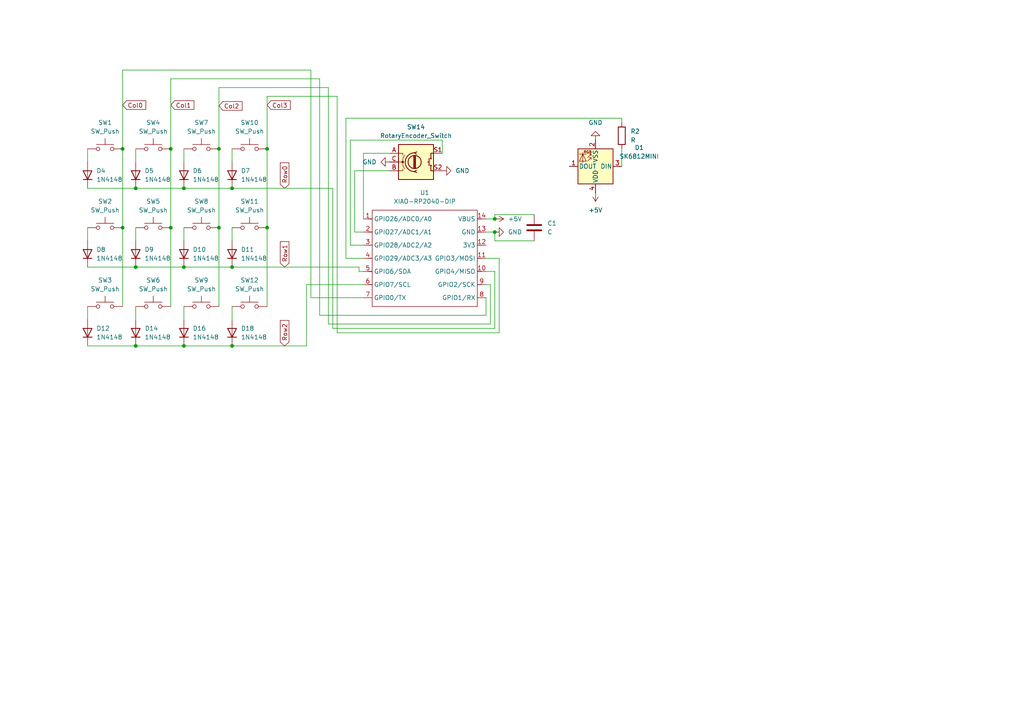
<source format=kicad_sch>
(kicad_sch (version 20250114) (generator "eeschema") (generator_version "9.0")
  (paper "A4")
  (lib_symbols
    (symbol "Device:C" (pin_numbers (hide yes)) (pin_names (offset 0.254))
      (property "Reference" "C" (at 0.635 2.54 0))
      (property "Value" "C" (at 0.635 -2.54 0))
      (symbol "C_0_1"
        (polyline (pts (xy -2.032 0.762) (xy 2.032 0.762)) (stroke (width 0.508)))
        (polyline (pts (xy -2.032 -0.762) (xy 2.032 -0.762)) (stroke (width 0.508)))
      )
      (symbol "C_1_1"
        (pin passive line (at 0 3.81 270) (length 2.794) (name "~") (number "1"))
        (pin passive line (at 0 -3.81 90) (length 2.794) (name "~") (number "2"))
      )
    )
    (symbol "Device:R" (pin_numbers (hide yes)) (pin_names (offset 0))
      (property "Reference" "R" (at 2.032 0 90))
      (property "Value" "R" (at 0 0 90))
      (symbol "R_0_1"
        (rectangle (start -1.016 -2.54) (end 1.016 2.54) (stroke (width 0.254)))
      )
      (symbol "R_1_1"
        (pin passive line (at 0 3.81 270) (length 1.27) (name "~") (number "1"))
        (pin passive line (at 0 -3.81 90) (length 1.27) (name "~") (number "2"))
      )
    )
    (symbol "Device:RotaryEncoder_Switch" (pin_names (offset 0.254) (hide yes))
      (property "Reference" "SW" (at 0 6.604 0))
      (property "Value" "RotaryEncoder_Switch" (at 0 -6.604 0))
      (symbol "RotaryEncoder_Switch_0_1"
        (rectangle (start -5.08 5.08) (end 5.08 -5.08) (stroke (width 0.254)) (fill (type background)))
        (polyline (pts (xy -5.08 2.54) (xy -3.81 2.54) (xy -3.81 2.032)))
        (polyline (pts (xy -5.08 0) (xy -3.81 0) (xy -3.81 -1.016) (xy -3.302 -2.032)))
        (polyline (pts (xy -5.08 -2.54) (xy -3.81 -2.54) (xy -3.81 -2.032)))
        (polyline (pts (xy -4.318 0) (xy -3.81 0) (xy -3.81 1.016) (xy -3.302 2.032)))
        (circle (center -3.81 0) (radius 0.254) (fill (type outline)))
        (polyline (pts (xy -0.635 -1.778) (xy -0.635 1.778)) (stroke (width 0.254)))
        (circle (center -0.381 0) (radius 1.905) (stroke (width 0.254)))
        (polyline (pts (xy -0.381 -1.778) (xy -0.381 1.778)) (stroke (width 0.254)))
        (arc (start -0.381 -2.794) (mid -3.0988 -0.0635) (end -0.381 2.667) (stroke (width 0.254)))
        (polyline (pts (xy -0.127 1.778) (xy -0.127 -1.778)) (stroke (width 0.254)))
        (polyline (pts (xy 0.254 2.921) (xy -0.508 2.667) (xy 0.127 2.286)) (stroke (width 0.254)))
        (polyline (pts (xy 0.254 -3.048) (xy -0.508 -2.794) (xy 0.127 -2.413)) (stroke (width 0.254)))
        (polyline (pts (xy 3.81 1.016) (xy 3.81 -1.016)) (stroke (width 0.254)))
        (polyline (pts (xy 3.81 0) (xy 3.429 0)) (stroke (width 0.254)))
        (circle (center 4.318 1.016) (radius 0.127) (stroke (width 0.254)))
        (circle (center 4.318 -1.016) (radius 0.127) (stroke (width 0.254)))
        (polyline (pts (xy 5.08 2.54) (xy 4.318 2.54) (xy 4.318 1.016)) (stroke (width 0.254)))
        (polyline (pts (xy 5.08 -2.54) (xy 4.318 -2.54) (xy 4.318 -1.016)) (stroke (width 0.254)))
      )
      (symbol "RotaryEncoder_Switch_1_1"
        (pin passive line (at -7.62 2.54 0) (length 2.54) (name "A") (number "A"))
        (pin passive line (at -7.62 0 0) (length 2.54) (name "C") (number "C"))
        (pin passive line (at -7.62 -2.54 0) (length 2.54) (name "B") (number "B"))
        (pin passive line (at 7.62 2.54 180) (length 2.54) (name "S1") (number "S1"))
        (pin passive line (at 7.62 -2.54 180) (length 2.54) (name "S2") (number "S2"))
      )
    )
    (symbol "Diode:1N4148" (pin_numbers (hide yes)) (pin_names (hide yes))
      (property "Reference" "D" (at 0 2.54 0))
      (property "Value" "1N4148" (at 0 -2.54 0))
      (symbol "1N4148_0_1"
        (polyline (pts (xy -1.27 1.27) (xy -1.27 -1.27)) (stroke (width 0.254)))
        (polyline (pts (xy 1.27 1.27) (xy 1.27 -1.27) (xy -1.27 0) (xy 1.27 1.27)) (stroke (width 0.254)))
        (polyline (pts (xy 1.27 0) (xy -1.27 0)))
      )
      (symbol "1N4148_1_1"
        (pin passive line (at -3.81 0 0) (length 2.54) (name "K") (number "1"))
        (pin passive line (at 3.81 0 180) (length 2.54) (name "A") (number "2"))
      )
    )
    (symbol "LED:SK6812MINI" (pin_names (offset 0.254))
      (property "Reference" "D" (at 5.08 5.715 0))
      (property "Value" "SK6812MINI" (at 1.27 -5.715 0))
      (symbol "SK6812MINI_0_0"
        (text "RGB" (at 2.286 -4.191 0) (effects (font (size 0.762 0.762))))
      )
      (symbol "SK6812MINI_0_1"
        (polyline (pts (xy 1.27 -2.54) (xy 1.778 -2.54)))
        (polyline (pts (xy 1.27 -3.556) (xy 1.778 -3.556)))
        (polyline (pts (xy 2.286 -1.524) (xy 1.27 -2.54) (xy 1.27 -2.032)))
        (polyline (pts (xy 2.286 -2.54) (xy 1.27 -3.556) (xy 1.27 -3.048)))
        (polyline (pts (xy 3.683 -1.016) (xy 3.683 -3.556) (xy 3.683 -4.064)))
        (polyline (pts (xy 4.699 -1.524) (xy 2.667 -1.524) (xy 3.683 -3.556) (xy 4.699 -1.524)))
        (polyline (pts (xy 4.699 -3.556) (xy 2.667 -3.556)))
        (rectangle (start 5.08 5.08) (end -5.08 -5.08) (stroke (width 0.254)) (fill (type background)))
      )
      (symbol "SK6812MINI_1_1"
        (pin input line (at -7.62 0 0) (length 2.54) (name "DIN") (number "3"))
        (pin power_in line (at 0 7.62 270) (length 2.54) (name "VDD") (number "4"))
        (pin power_in line (at 0 -7.62 90) (length 2.54) (name "VSS") (number "2"))
        (pin output line (at 7.62 0 180) (length 2.54) (name "DOUT") (number "1"))
      )
    )
    (symbol "OPL:XIAO-RP2040-DIP"
      (property "Reference" "U" (at 0 0 0))
      (property "Value" "XIAO-RP2040-DIP" (at 5.334 -1.778 0))
      (symbol "XIAO-RP2040-DIP_1_0"
        (polyline (pts (xy -1.27 -2.54) (xy 29.21 -2.54)) (stroke (width 0.1524)))
        (polyline (pts (xy -1.27 -5.08) (xy -2.54 -5.08)) (stroke (width 0.1524)))
        (polyline (pts (xy -1.27 -5.08) (xy -1.27 -2.54)) (stroke (width 0.1524)))
        (polyline (pts (xy -1.27 -8.89) (xy -2.54 -8.89)) (stroke (width 0.1524)))
        (polyline (pts (xy -1.27 -8.89) (xy -1.27 -5.08)) (stroke (width 0.1524)))
        (polyline (pts (xy -1.27 -12.7) (xy -2.54 -12.7)) (stroke (width 0.1524)))
        (polyline (pts (xy -1.27 -12.7) (xy -1.27 -8.89)) (stroke (width 0.1524)))
        (polyline (pts (xy -1.27 -16.51) (xy -2.54 -16.51)) (stroke (width 0.1524)))
        (polyline (pts (xy -1.27 -16.51) (xy -1.27 -12.7)) (stroke (width 0.1524)))
        (polyline (pts (xy -1.27 -20.32) (xy -2.54 -20.32)) (stroke (width 0.1524)))
        (polyline (pts (xy -1.27 -24.13) (xy -2.54 -24.13)) (stroke (width 0.1524)))
        (polyline (pts (xy -1.27 -27.94) (xy -2.54 -27.94)) (stroke (width 0.1524)))
        (polyline (pts (xy -1.27 -30.48) (xy -1.27 -16.51)) (stroke (width 0.1524)))
        (polyline (pts (xy 29.21 -2.54) (xy 29.21 -5.08)) (stroke (width 0.1524)))
        (polyline (pts (xy 29.21 -5.08) (xy 29.21 -8.89)) (stroke (width 0.1524)))
        (polyline (pts (xy 29.21 -8.89) (xy 29.21 -12.7)) (stroke (width 0.1524)))
        (polyline (pts (xy 29.21 -12.7) (xy 29.21 -30.48)) (stroke (width 0.1524)))
        (polyline (pts (xy 29.21 -30.48) (xy -1.27 -30.48)) (stroke (width 0.1524)))
        (polyline (pts (xy 30.48 -5.08) (xy 29.21 -5.08)) (stroke (width 0.1524)))
        (polyline (pts (xy 30.48 -8.89) (xy 29.21 -8.89)) (stroke (width 0.1524)))
        (polyline (pts (xy 30.48 -12.7) (xy 29.21 -12.7)) (stroke (width 0.1524)))
        (polyline (pts (xy 30.48 -16.51) (xy 29.21 -16.51)) (stroke (width 0.1524)))
        (polyline (pts (xy 30.48 -20.32) (xy 29.21 -20.32)) (stroke (width 0.1524)))
        (polyline (pts (xy 30.48 -24.13) (xy 29.21 -24.13)) (stroke (width 0.1524)))
        (polyline (pts (xy 30.48 -27.94) (xy 29.21 -27.94)) (stroke (width 0.1524)))
        (pin passive line (at -3.81 -5.08 0) (length 2.54) (name "GPIO26/ADC0/A0") (number "1"))
        (pin passive line (at -3.81 -8.89 0) (length 2.54) (name "GPIO27/ADC1/A1") (number "2"))
        (pin passive line (at -3.81 -12.7 0) (length 2.54) (name "GPIO28/ADC2/A2") (number "3"))
        (pin passive line (at -3.81 -16.51 0) (length 2.54) (name "GPIO29/ADC3/A3") (number "4"))
        (pin passive line (at -3.81 -20.32 0) (length 2.54) (name "GPIO6/SDA") (number "5"))
        (pin passive line (at -3.81 -24.13 0) (length 2.54) (name "GPIO7/SCL") (number "6"))
        (pin passive line (at -3.81 -27.94 0) (length 2.54) (name "GPIO0/TX") (number "7"))
        (pin passive line (at 31.75 -5.08 180) (length 2.54) (name "VBUS") (number "14"))
        (pin passive line (at 31.75 -8.89 180) (length 2.54) (name "GND") (number "13"))
        (pin passive line (at 31.75 -12.7 180) (length 2.54) (name "3V3") (number "12"))
        (pin passive line (at 31.75 -16.51 180) (length 2.54) (name "GPIO3/MOSI") (number "11"))
        (pin passive line (at 31.75 -20.32 180) (length 2.54) (name "GPIO4/MISO") (number "10"))
        (pin passive line (at 31.75 -24.13 180) (length 2.54) (name "GPIO2/SCK") (number "9"))
        (pin passive line (at 31.75 -27.94 180) (length 2.54) (name "GPIO1/RX") (number "8"))
      )
    )
    (symbol "Switch:SW_Push" (pin_numbers (hide yes)) (pin_names (offset 1.016) (hide yes))
      (property "Reference" "SW" (at 1.27 2.54 0))
      (property "Value" "SW_Push" (at 0 -1.524 0))
      (symbol "SW_Push_0_1"
        (circle (center -2.032 0) (radius 0.508))
        (polyline (pts (xy 0 1.27) (xy 0 3.048)))
        (circle (center 2.032 0) (radius 0.508))
        (polyline (pts (xy 2.54 1.27) (xy -2.54 1.27)))
        (pin passive line (at -5.08 0 0) (length 2.54) (name "1") (number "1"))
        (pin passive line (at 5.08 0 180) (length 2.54) (name "2") (number "2"))
      )
    )
    (symbol "power:+5V" (power) (pin_numbers (hide yes)) (pin_names (offset 0) (hide yes))
      (property "Value" "+5V" (at 0 3.556 0))
      (symbol "+5V_0_1"
        (polyline (pts (xy -0.762 1.27) (xy 0 2.54)))
        (polyline (pts (xy 0 2.54) (xy 0.762 1.27)))
        (polyline (pts (xy 0 0) (xy 0 2.54)))
      )
      (symbol "+5V_1_1"
        (pin power_in line (at 0 0 90) (length 0) (name "~") (number "1"))
      )
    )
    (symbol "power:GND" (power) (pin_numbers (hide yes)) (pin_names (offset 0) (hide yes))
      (property "Value" "GND" (at 0 -3.81 0))
      (symbol "GND_0_1"
        (polyline (pts (xy 0 0) (xy 0 -1.27) (xy 1.27 -1.27) (xy 0 -2.54) (xy -1.27 -1.27) (xy 0 -1.27)))
      )
      (symbol "GND_1_1"
        (pin power_in line (at 0 0 270) (length 0) (name "~") (number "1"))
      )
    )
  )
  (junction (at 77.47 66.04))
  (junction (at 77.47 43.18))
  (junction (at 63.5 43.18))
  (junction (at 39.37 100.33))
  (junction (at 49.53 43.18))
  (junction (at 39.37 54.61))
  (junction (at 39.37 77.47))
  (junction (at 143.51 63.5))
  (junction (at 143.51 67.31))
  (junction (at 35.56 43.18))
  (junction (at 53.34 77.47))
  (junction (at 35.56 66.04))
  (junction (at 67.31 77.47))
  (junction (at 53.34 100.33))
  (junction (at 67.31 54.61))
  (junction (at 53.34 54.61))
  (junction (at 67.31 100.33))
  (junction (at 49.53 66.04))
  (junction (at 63.5 66.04))
  (wire (pts (xy 180.34 43.18) (xy 180.34 48.26)))
  (wire (pts (xy 49.53 22.86) (xy 92.71 22.86)))
  (wire (pts (xy 105.41 74.93) (xy 100.33 74.93)))
  (wire (pts (xy 77.47 43.18) (xy 77.47 66.04)))
  (wire (pts (xy 143.51 62.23) (xy 143.51 63.5)))
  (wire (pts (xy 143.51 78.74) (xy 140.97 78.74)))
  (wire (pts (xy 102.87 67.31) (xy 105.41 67.31)))
  (wire (pts (xy 101.6 71.12) (xy 105.41 71.12)))
  (wire (pts (xy 39.37 66.04) (xy 39.37 69.85)))
  (wire (pts (xy 67.31 43.18) (xy 67.31 46.99)))
  (wire (pts (xy 35.56 20.32) (xy 90.17 20.32)))
  (wire (pts (xy 67.31 100.33) (xy 88.9 100.33)))
  (wire (pts (xy 67.31 88.9) (xy 67.31 92.71)))
  (wire (pts (xy 128.27 40.64) (xy 101.6 40.64)))
  (wire (pts (xy 104.14 78.74) (xy 105.41 78.74)))
  (wire (pts (xy 101.6 40.64) (xy 101.6 71.12)))
  (wire (pts (xy 25.4 77.47) (xy 39.37 77.47)))
  (wire (pts (xy 25.4 88.9) (xy 25.4 92.71)))
  (wire (pts (xy 39.37 100.33) (xy 53.34 100.33)))
  (wire (pts (xy 96.52 54.61) (xy 96.52 95.25)))
  (wire (pts (xy 77.47 27.94) (xy 97.79 27.94)))
  (wire (pts (xy 143.51 62.23) (xy 154.94 62.23)))
  (wire (pts (xy 104.14 77.47) (xy 67.31 77.47)))
  (wire (pts (xy 53.34 54.61) (xy 67.31 54.61)))
  (wire (pts (xy 143.51 95.25) (xy 143.51 78.74)))
  (wire (pts (xy 105.41 44.45) (xy 105.41 63.5)))
  (wire (pts (xy 88.9 82.55) (xy 105.41 82.55)))
  (wire (pts (xy 39.37 88.9) (xy 39.37 92.71)))
  (wire (pts (xy 128.27 44.45) (xy 128.27 40.64)))
  (wire (pts (xy 77.47 66.04) (xy 77.47 88.9)))
  (wire (pts (xy 100.33 34.29) (xy 180.34 34.29)))
  (wire (pts (xy 77.47 27.94) (xy 77.47 43.18)))
  (wire (pts (xy 53.34 77.47) (xy 67.31 77.47)))
  (wire (pts (xy 142.24 82.55) (xy 140.97 82.55)))
  (wire (pts (xy 143.51 63.5) (xy 140.97 63.5)))
  (wire (pts (xy 97.79 27.94) (xy 97.79 96.52)))
  (wire (pts (xy 53.34 66.04) (xy 53.34 69.85)))
  (wire (pts (xy 102.87 49.53) (xy 102.87 67.31)))
  (wire (pts (xy 90.17 20.32) (xy 90.17 86.36)))
  (wire (pts (xy 25.4 66.04) (xy 25.4 69.85)))
  (wire (pts (xy 144.78 96.52) (xy 144.78 74.93)))
  (wire (pts (xy 144.78 74.93) (xy 140.97 74.93)))
  (wire (pts (xy 63.5 66.04) (xy 63.5 88.9)))
  (wire (pts (xy 104.14 78.74) (xy 104.14 77.47)))
  (wire (pts (xy 92.71 22.86) (xy 92.71 91.44)))
  (wire (pts (xy 49.53 66.04) (xy 49.53 88.9)))
  (wire (pts (xy 49.53 22.86) (xy 49.53 43.18)))
  (wire (pts (xy 97.79 96.52) (xy 144.78 96.52)))
  (wire (pts (xy 25.4 43.18) (xy 25.4 46.99)))
  (wire (pts (xy 63.5 25.4) (xy 63.5 43.18)))
  (wire (pts (xy 63.5 25.4) (xy 95.25 25.4)))
  (wire (pts (xy 53.34 100.33) (xy 67.31 100.33)))
  (wire (pts (xy 53.34 88.9) (xy 53.34 92.71)))
  (wire (pts (xy 49.53 43.18) (xy 49.53 66.04)))
  (wire (pts (xy 96.52 95.25) (xy 143.51 95.25)))
  (wire (pts (xy 39.37 43.18) (xy 39.37 46.99)))
  (wire (pts (xy 142.24 93.98) (xy 142.24 82.55)))
  (wire (pts (xy 113.03 44.45) (xy 105.41 44.45)))
  (wire (pts (xy 35.56 43.18) (xy 35.56 66.04)))
  (wire (pts (xy 143.51 69.85) (xy 143.51 67.31)))
  (wire (pts (xy 39.37 77.47) (xy 53.34 77.47)))
  (wire (pts (xy 67.31 54.61) (xy 96.52 54.61)))
  (wire (pts (xy 25.4 100.33) (xy 39.37 100.33)))
  (wire (pts (xy 90.17 86.36) (xy 105.41 86.36)))
  (wire (pts (xy 63.5 43.18) (xy 63.5 66.04)))
  (wire (pts (xy 35.56 20.32) (xy 35.56 43.18)))
  (wire (pts (xy 67.31 66.04) (xy 67.31 69.85)))
  (wire (pts (xy 25.4 54.61) (xy 39.37 54.61)))
  (wire (pts (xy 100.33 74.93) (xy 100.33 34.29)))
  (wire (pts (xy 95.25 25.4) (xy 95.25 93.98)))
  (wire (pts (xy 180.34 34.29) (xy 180.34 35.56)))
  (wire (pts (xy 39.37 54.61) (xy 53.34 54.61)))
  (wire (pts (xy 154.94 69.85) (xy 143.51 69.85)))
  (wire (pts (xy 35.56 66.04) (xy 35.56 88.9)))
  (wire (pts (xy 102.87 49.53) (xy 113.03 49.53)))
  (wire (pts (xy 140.97 91.44) (xy 140.97 86.36)))
  (wire (pts (xy 88.9 100.33) (xy 88.9 82.55)))
  (wire (pts (xy 143.51 67.31) (xy 140.97 67.31)))
  (wire (pts (xy 92.71 91.44) (xy 140.97 91.44)))
  (wire (pts (xy 95.25 93.98) (xy 142.24 93.98)))
  (wire (pts (xy 53.34 43.18) (xy 53.34 46.99)))
  (global_label "Col3" (shape input) (at 77.47 30.48 0) (property "Intersheetrefs" "${INTERSHEET_REFS}" (effects (hide yes))))
  (global_label "Row2" (shape input) (at 82.55 100.33 90) (property "Intersheetrefs" "${INTERSHEET_REFS}" (effects (hide yes))))
  (global_label "Col0" (shape input) (at 35.56 30.48 0) (property "Intersheetrefs" "${INTERSHEET_REFS}" (effects (hide yes))))
  (global_label "Row0" (shape input) (at 82.55 54.61 90) (property "Intersheetrefs" "${INTERSHEET_REFS}" (effects (hide yes))))
  (global_label "Row1" (shape input) (at 82.55 77.47 90) (property "Intersheetrefs" "${INTERSHEET_REFS}" (effects (hide yes))))
  (global_label "Col2" (shape input) (at 63.5 30.7161 0) (property "Intersheetrefs" "${INTERSHEET_REFS}" (effects (hide yes))))
  (global_label "Col1" (shape input) (at 49.53 30.48 0) (property "Intersheetrefs" "${INTERSHEET_REFS}" (effects (hide yes))))
  (symbol (lib_id "Switch:SW_Push") (at 58.42 66.04 0) (mirror y) (unit 1)
    (property "Reference" "SW8" (at 58.42 58.42 0))
    (property "Value" "SW_Push" (at 58.42 60.96 0))
    (property "Footprint" "Button_Switch_Keyboard:SW_Cherry_MX_1.00u_PCB" (effects (hide yes)))
    (property "Description" "Push button switch, generic, two pins" (effects (hide yes)))
  )
  (symbol (lib_id "power:GND") (at 113.03 46.99 270) (unit 1)
    (property "Reference" "#PWR06" (effects (hide yes)))
    (property "Value" "GND" (at 109.22 46.9899 90) (effects (justify right)))
    (property "Description" "Power symbol creates a global label with name \"GND\" , ground" (effects (hide yes)))
  )
  (symbol (lib_id "Device:C") (at 154.94 66.04 0) (unit 1)
    (property "Reference" "C1" (at 158.75 64.7699 0) (effects (justify left)))
    (property "Value" "C" (at 158.75 67.3099 0) (effects (justify left)))
    (property "Footprint" "Capacitor_SMD:C_0805_2012Metric_Pad1.18x1.45mm_HandSolder" (effects (hide yes)))
    (property "Description" "Unpolarized capacitor" (effects (hide yes)))
  )
  (symbol (lib_id "Diode:1N4148") (at 39.37 73.66 90) (unit 1)
    (property "Reference" "D9" (at 41.91 72.3899 90) (effects (justify right)))
    (property "Value" "1N4148" (at 41.91 74.9299 90) (effects (justify right)))
    (property "Footprint" "Diode_THT:D_DO-35_SOD27_P7.62mm_Horizontal" (effects (hide yes)))
    (property "Datasheet" "https://assets.nexperia.com/documents/data-sheet/1N4148_1N4448.pdf" (effects (hide yes)))
    (property "Description" "100V 0.15A standard switching diode, DO-35" (effects (hide yes)))
    (property "Sim.Device" "D" (effects (hide yes)))
    (property "Sim.Pins" "1=K 2=A" (effects (hide yes)))
  )
  (symbol (lib_id "Device:R") (at 180.34 39.37 0) (unit 1)
    (property "Reference" "R2" (at 182.88 38.0999 0) (effects (justify left)))
    (property "Value" "R" (at 182.88 40.6399 0) (effects (justify left)))
    (property "Footprint" "Resistor_SMD:R_0805_2012Metric_Pad1.20x1.40mm_HandSolder" (effects (hide yes)))
    (property "Description" "Resistor" (effects (hide yes)))
  )
  (symbol (lib_id "Diode:1N4148") (at 39.37 96.52 90) (unit 1)
    (property "Reference" "D14" (at 43.942 95.25 90))
    (property "Value" "1N4148" (at 45.72 97.79 90))
    (property "Footprint" "Diode_THT:D_DO-35_SOD27_P7.62mm_Horizontal" (effects (hide yes)))
    (property "Datasheet" "https://assets.nexperia.com/documents/data-sheet/1N4148_1N4448.pdf" (effects (hide yes)))
    (property "Description" "100V 0.15A standard switching diode, DO-35" (effects (hide yes)))
    (property "Sim.Device" "D" (effects (hide yes)))
    (property "Sim.Pins" "1=K 2=A" (effects (hide yes)))
  )
  (symbol (lib_id "Diode:1N4148") (at 39.37 50.8 90) (unit 1)
    (property "Reference" "D5" (at 41.91 49.5299 90) (effects (justify right)))
    (property "Value" "1N4148" (at 41.91 52.0699 90) (effects (justify right)))
    (property "Footprint" "Diode_THT:D_DO-35_SOD27_P7.62mm_Horizontal" (effects (hide yes)))
    (property "Datasheet" "https://assets.nexperia.com/documents/data-sheet/1N4148_1N4448.pdf" (effects (hide yes)))
    (property "Description" "100V 0.15A standard switching diode, DO-35" (effects (hide yes)))
    (property "Sim.Device" "D" (effects (hide yes)))
    (property "Sim.Pins" "1=K 2=A" (effects (hide yes)))
  )
  (symbol (lib_id "Diode:1N4148") (at 67.31 50.8 90) (unit 1)
    (property "Reference" "D7" (at 69.85 49.5299 90) (effects (justify right)))
    (property "Value" "1N4148" (at 69.85 52.0699 90) (effects (justify right)))
    (property "Footprint" "Diode_THT:D_DO-35_SOD27_P7.62mm_Horizontal" (effects (hide yes)))
    (property "Datasheet" "https://assets.nexperia.com/documents/data-sheet/1N4148_1N4448.pdf" (effects (hide yes)))
    (property "Description" "100V 0.15A standard switching diode, DO-35" (effects (hide yes)))
    (property "Sim.Device" "D" (effects (hide yes)))
    (property "Sim.Pins" "1=K 2=A" (effects (hide yes)))
  )
  (symbol (lib_id "Diode:1N4148") (at 25.4 50.8 90) (unit 1)
    (property "Reference" "D4" (at 27.94 49.5299 90) (effects (justify right)))
    (property "Value" "1N4148" (at 27.94 52.0699 90) (effects (justify right)))
    (property "Footprint" "Diode_THT:D_DO-35_SOD27_P7.62mm_Horizontal" (effects (hide yes)))
    (property "Datasheet" "https://assets.nexperia.com/documents/data-sheet/1N4148_1N4448.pdf" (effects (hide yes)))
    (property "Description" "100V 0.15A standard switching diode, DO-35" (effects (hide yes)))
    (property "Sim.Device" "D" (effects (hide yes)))
    (property "Sim.Pins" "1=K 2=A" (effects (hide yes)))
  )
  (symbol (lib_id "Switch:SW_Push") (at 44.45 43.18 0) (mirror y) (unit 1)
    (property "Reference" "SW4" (at 44.45 35.56 0))
    (property "Value" "SW_Push" (at 44.45 38.1 0))
    (property "Footprint" "Button_Switch_Keyboard:SW_Cherry_MX_1.00u_PCB" (effects (hide yes)))
    (property "Description" "Push button switch, generic, two pins" (effects (hide yes)))
  )
  (symbol (lib_id "Diode:1N4148") (at 53.34 96.52 90) (unit 1)
    (property "Reference" "D16" (at 55.88 95.2499 90) (effects (justify right)))
    (property "Value" "1N4148" (at 55.88 97.7899 90) (effects (justify right)))
    (property "Footprint" "Diode_THT:D_DO-35_SOD27_P7.62mm_Horizontal" (effects (hide yes)))
    (property "Datasheet" "https://assets.nexperia.com/documents/data-sheet/1N4148_1N4448.pdf" (effects (hide yes)))
    (property "Description" "100V 0.15A standard switching diode, DO-35" (effects (hide yes)))
    (property "Sim.Device" "D" (effects (hide yes)))
    (property "Sim.Pins" "1=K 2=A" (effects (hide yes)))
  )
  (symbol (lib_id "Switch:SW_Push") (at 30.48 66.04 0) (unit 1)
    (property "Reference" "SW2" (at 30.48 58.42 0))
    (property "Value" "SW_Push" (at 30.48 60.96 0))
    (property "Footprint" "Button_Switch_Keyboard:SW_Cherry_MX_1.00u_PCB" (effects (hide yes)))
    (property "Description" "Push button switch, generic, two pins" (effects (hide yes)))
  )
  (symbol (lib_id "power:GND") (at 128.27 49.53 90) (unit 1)
    (property "Reference" "#PWR01" (effects (hide yes)))
    (property "Value" "GND" (at 132.08 49.5299 90) (effects (justify right)))
    (property "Description" "Power symbol creates a global label with name \"GND\" , ground" (effects (hide yes)))
  )
  (symbol (lib_id "Switch:SW_Push") (at 72.39 43.18 0) (unit 1)
    (property "Reference" "SW10" (at 72.39 35.56 0))
    (property "Value" "SW_Push" (at 72.39 38.1 0))
    (property "Footprint" "Button_Switch_Keyboard:SW_Cherry_MX_1.00u_PCB" (effects (hide yes)))
    (property "Description" "Push button switch, generic, two pins" (effects (hide yes)))
  )
  (symbol (lib_id "power:GND") (at 143.51 67.31 90) (unit 1)
    (property "Reference" "#PWR03" (effects (hide yes)))
    (property "Value" "GND" (at 147.32 67.3099 90) (effects (justify right)))
    (property "Description" "Power symbol creates a global label with name \"GND\" , ground" (effects (hide yes)))
  )
  (symbol (lib_id "Switch:SW_Push") (at 30.48 88.9 0) (unit 1)
    (property "Reference" "SW3" (at 30.48 81.28 0))
    (property "Value" "SW_Push" (at 30.48 83.82 0))
    (property "Footprint" "Button_Switch_Keyboard:SW_Cherry_MX_1.00u_PCB" (effects (hide yes)))
    (property "Description" "Push button switch, generic, two pins" (effects (hide yes)))
  )
  (symbol (lib_id "Device:RotaryEncoder_Switch") (at 120.65 46.99 0) (unit 1)
    (property "Reference" "SW14" (at 120.65 36.83 0))
    (property "Value" "RotaryEncoder_Switch" (at 120.65 39.37 0))
    (property "Footprint" "Rotary_Encoder:RotaryEncoder_Alps_EC11E-Switch_Vertical_H20mm" (effects (hide yes)))
    (property "Description" "Rotary encoder, dual channel, incremental quadrate outputs, with switch" (effects (hide yes)))
  )
  (symbol (lib_id "Switch:SW_Push") (at 58.42 43.18 0) (mirror y) (unit 1)
    (property "Reference" "SW7" (at 58.42 35.56 0))
    (property "Value" "SW_Push" (at 58.42 38.1 0))
    (property "Footprint" "Button_Switch_Keyboard:SW_Cherry_MX_1.00u_PCB" (effects (hide yes)))
    (property "Description" "Push button switch, generic, two pins" (effects (hide yes)))
  )
  (symbol (lib_id "Diode:1N4148") (at 53.34 73.66 90) (unit 1)
    (property "Reference" "D10" (at 55.88 72.3899 90) (effects (justify right)))
    (property "Value" "1N4148" (at 55.88 74.9299 90) (effects (justify right)))
    (property "Footprint" "Diode_THT:D_DO-35_SOD27_P7.62mm_Horizontal" (effects (hide yes)))
    (property "Datasheet" "https://assets.nexperia.com/documents/data-sheet/1N4148_1N4448.pdf" (effects (hide yes)))
    (property "Description" "100V 0.15A standard switching diode, DO-35" (effects (hide yes)))
    (property "Sim.Device" "D" (effects (hide yes)))
    (property "Sim.Pins" "1=K 2=A" (effects (hide yes)))
  )
  (symbol (lib_id "Switch:SW_Push") (at 72.39 88.9 0) (unit 1)
    (property "Reference" "SW12" (at 72.39 81.28 0))
    (property "Value" "SW_Push" (at 72.39 83.82 0))
    (property "Footprint" "Button_Switch_Keyboard:SW_Cherry_MX_1.00u_PCB" (effects (hide yes)))
    (property "Description" "Push button switch, generic, two pins" (effects (hide yes)))
  )
  (symbol (lib_id "OPL:XIAO-RP2040-DIP") (at 109.22 58.42 0) (unit 1)
    (property "Reference" "U1" (at 123.19 55.88 0))
    (property "Value" "XIAO-RP2040-DIP" (at 123.19 58.42 0))
    (property "Footprint" "OPL:XIAO-RP2040-DIP" (effects (hide yes)))
  )
  (symbol (lib_id "Switch:SW_Push") (at 44.45 66.04 0) (mirror y) (unit 1)
    (property "Reference" "SW5" (at 44.45 58.42 0))
    (property "Value" "SW_Push" (at 44.45 60.96 0))
    (property "Footprint" "Button_Switch_Keyboard:SW_Cherry_MX_1.00u_PCB" (effects (hide yes)))
    (property "Description" "Push button switch, generic, two pins" (effects (hide yes)))
  )
  (symbol (lib_id "Diode:1N4148") (at 67.31 73.66 90) (unit 1)
    (property "Reference" "D11" (at 69.85 72.3899 90) (effects (justify right)))
    (property "Value" "1N4148" (at 69.85 74.9299 90) (effects (justify right)))
    (property "Footprint" "Diode_THT:D_DO-35_SOD27_P7.62mm_Horizontal" (effects (hide yes)))
    (property "Datasheet" "https://assets.nexperia.com/documents/data-sheet/1N4148_1N4448.pdf" (effects (hide yes)))
    (property "Description" "100V 0.15A standard switching diode, DO-35" (effects (hide yes)))
    (property "Sim.Device" "D" (effects (hide yes)))
    (property "Sim.Pins" "1=K 2=A" (effects (hide yes)))
  )
  (symbol (lib_id "Switch:SW_Push") (at 72.39 66.04 0) (unit 1)
    (property "Reference" "SW11" (at 72.39 58.42 0))
    (property "Value" "SW_Push" (at 72.39 60.96 0))
    (property "Footprint" "Button_Switch_Keyboard:SW_Cherry_MX_1.00u_PCB" (effects (hide yes)))
    (property "Description" "Push button switch, generic, two pins" (effects (hide yes)))
  )
  (symbol (lib_id "Switch:SW_Push") (at 44.45 88.9 0) (mirror y) (unit 1)
    (property "Reference" "SW6" (at 44.45 81.28 0))
    (property "Value" "SW_Push" (at 44.45 83.82 0))
    (property "Footprint" "Button_Switch_Keyboard:SW_Cherry_MX_1.00u_PCB" (effects (hide yes)))
    (property "Description" "Push button switch, generic, two pins" (effects (hide yes)))
  )
  (symbol (lib_id "power:+5V") (at 172.72 55.88 180) (unit 1)
    (property "Reference" "#PWR05" (effects (hide yes)))
    (property "Value" "+5V" (at 172.72 60.96 0))
    (property "Description" "Power symbol creates a global label with name \"+5V\"" (effects (hide yes)))
  )
  (symbol (lib_id "power:GND") (at 172.72 40.64 180) (unit 1)
    (property "Reference" "#PWR02" (effects (hide yes)))
    (property "Value" "GND" (at 172.72 35.56 0))
    (property "Description" "Power symbol creates a global label with name \"GND\" , ground" (effects (hide yes)))
  )
  (symbol (lib_id "Diode:1N4148") (at 25.4 96.52 90) (unit 1)
    (property "Reference" "D12" (at 27.94 95.2499 90) (effects (justify right)))
    (property "Value" "1N4148" (at 27.94 97.7899 90) (effects (justify right)))
    (property "Footprint" "Diode_THT:D_DO-35_SOD27_P7.62mm_Horizontal" (effects (hide yes)))
    (property "Datasheet" "https://assets.nexperia.com/documents/data-sheet/1N4148_1N4448.pdf" (effects (hide yes)))
    (property "Description" "100V 0.15A standard switching diode, DO-35" (effects (hide yes)))
    (property "Sim.Device" "D" (effects (hide yes)))
    (property "Sim.Pins" "1=K 2=A" (effects (hide yes)))
  )
  (symbol (lib_id "Switch:SW_Push") (at 30.48 43.18 0) (unit 1)
    (property "Reference" "SW1" (at 30.48 35.56 0))
    (property "Value" "SW_Push" (at 30.48 38.1 0))
    (property "Footprint" "Button_Switch_Keyboard:SW_Cherry_MX_1.00u_PCB" (effects (hide yes)))
    (property "Description" "Push button switch, generic, two pins" (effects (hide yes)))
  )
  (symbol (lib_id "Diode:1N4148") (at 67.31 96.52 90) (unit 1)
    (property "Reference" "D18" (at 69.85 95.2499 90) (effects (justify right)))
    (property "Value" "1N4148" (at 69.85 97.7899 90) (effects (justify right)))
    (property "Footprint" "Diode_THT:D_DO-35_SOD27_P7.62mm_Horizontal" (effects (hide yes)))
    (property "Datasheet" "https://assets.nexperia.com/documents/data-sheet/1N4148_1N4448.pdf" (effects (hide yes)))
    (property "Description" "100V 0.15A standard switching diode, DO-35" (effects (hide yes)))
    (property "Sim.Device" "D" (effects (hide yes)))
    (property "Sim.Pins" "1=K 2=A" (effects (hide yes)))
  )
  (symbol (lib_id "Diode:1N4148") (at 25.4 73.66 90) (unit 1)
    (property "Reference" "D8" (at 27.94 72.3899 90) (effects (justify right)))
    (property "Value" "1N4148" (at 27.94 74.9299 90) (effects (justify right)))
    (property "Footprint" "Diode_THT:D_DO-35_SOD27_P7.62mm_Horizontal" (effects (hide yes)))
    (property "Datasheet" "https://assets.nexperia.com/documents/data-sheet/1N4148_1N4448.pdf" (effects (hide yes)))
    (property "Description" "100V 0.15A standard switching diode, DO-35" (effects (hide yes)))
    (property "Sim.Device" "D" (effects (hide yes)))
    (property "Sim.Pins" "1=K 2=A" (effects (hide yes)))
  )
  (symbol (lib_id "Diode:1N4148") (at 53.34 50.8 90) (unit 1)
    (property "Reference" "D6" (at 55.88 49.5299 90) (effects (justify right)))
    (property "Value" "1N4148" (at 55.88 52.0699 90) (effects (justify right)))
    (property "Footprint" "Diode_THT:D_DO-35_SOD27_P7.62mm_Horizontal" (effects (hide yes)))
    (property "Datasheet" "https://assets.nexperia.com/documents/data-sheet/1N4148_1N4448.pdf" (effects (hide yes)))
    (property "Description" "100V 0.15A standard switching diode, DO-35" (effects (hide yes)))
    (property "Sim.Device" "D" (effects (hide yes)))
    (property "Sim.Pins" "1=K 2=A" (effects (hide yes)))
  )
  (symbol (lib_id "power:+5V") (at 143.51 63.5 270) (unit 1)
    (property "Reference" "#PWR04" (effects (hide yes)))
    (property "Value" "+5V" (at 147.32 63.4999 90) (effects (justify left)))
    (property "Description" "Power symbol creates a global label with name \"+5V\"" (effects (hide yes)))
  )
  (symbol (lib_id "LED:SK6812MINI") (at 172.72 48.26 180) (unit 1)
    (property "Reference" "D1" (at 185.42 42.8146 0))
    (property "Value" "SK6812MINI" (at 185.42 45.3546 0))
    (property "Footprint" "LED_SMD:LED_SK6812MINI_PLCC4_3.5x3.5mm_P1.75mm" (effects (hide yes)))
    (property "Datasheet" "https://cdn-shop.adafruit.com/product-files/2686/SK6812MINI_REV.01-1-2.pdf" (effects (hide yes)))
    (property "Description" "RGB LED with integrated controller" (effects (hide yes)))
  )
  (symbol (lib_id "Switch:SW_Push") (at 58.42 88.9 0) (mirror y) (unit 1)
    (property "Reference" "SW9" (at 58.42 81.28 0))
    (property "Value" "SW_Push" (at 58.42 83.82 0))
    (property "Footprint" "Button_Switch_Keyboard:SW_Cherry_MX_1.00u_PCB" (effects (hide yes)))
    (property "Description" "Push button switch, generic, two pins" (effects (hide yes)))
  )
)
</source>
